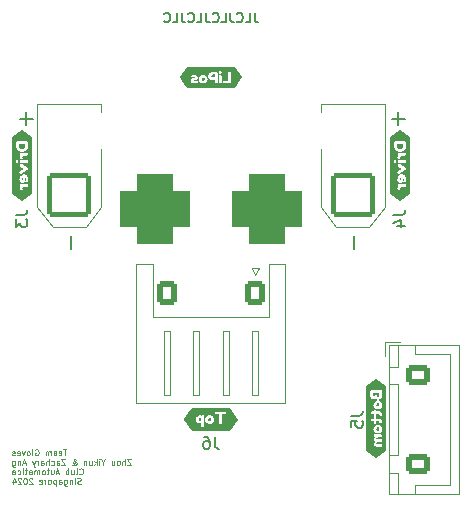
<source format=gbr>
%TF.GenerationSoftware,KiCad,Pcbnew,8.0.3*%
%TF.CreationDate,2024-06-17T19:23:31+08:00*%
%TF.ProjectId,power,706f7765-722e-46b6-9963-61645f706362,1.1.0*%
%TF.SameCoordinates,Original*%
%TF.FileFunction,Legend,Bot*%
%TF.FilePolarity,Positive*%
%FSLAX46Y46*%
G04 Gerber Fmt 4.6, Leading zero omitted, Abs format (unit mm)*
G04 Created by KiCad (PCBNEW 8.0.3) date 2024-06-17 19:23:31*
%MOMM*%
%LPD*%
G01*
G04 APERTURE LIST*
G04 Aperture macros list*
%AMRoundRect*
0 Rectangle with rounded corners*
0 $1 Rounding radius*
0 $2 $3 $4 $5 $6 $7 $8 $9 X,Y pos of 4 corners*
0 Add a 4 corners polygon primitive as box body*
4,1,4,$2,$3,$4,$5,$6,$7,$8,$9,$2,$3,0*
0 Add four circle primitives for the rounded corners*
1,1,$1+$1,$2,$3*
1,1,$1+$1,$4,$5*
1,1,$1+$1,$6,$7*
1,1,$1+$1,$8,$9*
0 Add four rect primitives between the rounded corners*
20,1,$1+$1,$2,$3,$4,$5,0*
20,1,$1+$1,$4,$5,$6,$7,0*
20,1,$1+$1,$6,$7,$8,$9,0*
20,1,$1+$1,$8,$9,$2,$3,0*%
G04 Aperture macros list end*
%ADD10C,0.150000*%
%ADD11C,0.120000*%
%ADD12C,0.000000*%
%ADD13C,0.800000*%
%ADD14C,6.400000*%
%ADD15RoundRect,1.500000X1.500000X-1.500000X1.500000X1.500000X-1.500000X1.500000X-1.500000X-1.500000X0*%
%ADD16C,6.000000*%
%ADD17RoundRect,0.250000X-0.725000X0.600000X-0.725000X-0.600000X0.725000X-0.600000X0.725000X0.600000X0*%
%ADD18O,1.950000X1.700000*%
%ADD19RoundRect,0.250000X1.650000X-1.650000X1.650000X1.650000X-1.650000X1.650000X-1.650000X-1.650000X0*%
%ADD20C,4.000000*%
%ADD21RoundRect,0.250000X0.600000X0.725000X-0.600000X0.725000X-0.600000X-0.725000X0.600000X-0.725000X0*%
%ADD22O,1.700000X1.950000*%
G04 APERTURE END LIST*
D10*
X100695238Y-135062295D02*
X100695238Y-135633723D01*
X100695238Y-135633723D02*
X100733333Y-135748009D01*
X100733333Y-135748009D02*
X100809524Y-135824200D01*
X100809524Y-135824200D02*
X100923809Y-135862295D01*
X100923809Y-135862295D02*
X101000000Y-135862295D01*
X99933333Y-135862295D02*
X100314285Y-135862295D01*
X100314285Y-135862295D02*
X100314285Y-135062295D01*
X99209523Y-135786104D02*
X99247619Y-135824200D01*
X99247619Y-135824200D02*
X99361904Y-135862295D01*
X99361904Y-135862295D02*
X99438095Y-135862295D01*
X99438095Y-135862295D02*
X99552381Y-135824200D01*
X99552381Y-135824200D02*
X99628571Y-135748009D01*
X99628571Y-135748009D02*
X99666666Y-135671819D01*
X99666666Y-135671819D02*
X99704762Y-135519438D01*
X99704762Y-135519438D02*
X99704762Y-135405152D01*
X99704762Y-135405152D02*
X99666666Y-135252771D01*
X99666666Y-135252771D02*
X99628571Y-135176580D01*
X99628571Y-135176580D02*
X99552381Y-135100390D01*
X99552381Y-135100390D02*
X99438095Y-135062295D01*
X99438095Y-135062295D02*
X99361904Y-135062295D01*
X99361904Y-135062295D02*
X99247619Y-135100390D01*
X99247619Y-135100390D02*
X99209523Y-135138485D01*
X98638095Y-135062295D02*
X98638095Y-135633723D01*
X98638095Y-135633723D02*
X98676190Y-135748009D01*
X98676190Y-135748009D02*
X98752381Y-135824200D01*
X98752381Y-135824200D02*
X98866666Y-135862295D01*
X98866666Y-135862295D02*
X98942857Y-135862295D01*
X97876190Y-135862295D02*
X98257142Y-135862295D01*
X98257142Y-135862295D02*
X98257142Y-135062295D01*
X97152380Y-135786104D02*
X97190476Y-135824200D01*
X97190476Y-135824200D02*
X97304761Y-135862295D01*
X97304761Y-135862295D02*
X97380952Y-135862295D01*
X97380952Y-135862295D02*
X97495238Y-135824200D01*
X97495238Y-135824200D02*
X97571428Y-135748009D01*
X97571428Y-135748009D02*
X97609523Y-135671819D01*
X97609523Y-135671819D02*
X97647619Y-135519438D01*
X97647619Y-135519438D02*
X97647619Y-135405152D01*
X97647619Y-135405152D02*
X97609523Y-135252771D01*
X97609523Y-135252771D02*
X97571428Y-135176580D01*
X97571428Y-135176580D02*
X97495238Y-135100390D01*
X97495238Y-135100390D02*
X97380952Y-135062295D01*
X97380952Y-135062295D02*
X97304761Y-135062295D01*
X97304761Y-135062295D02*
X97190476Y-135100390D01*
X97190476Y-135100390D02*
X97152380Y-135138485D01*
X96580952Y-135062295D02*
X96580952Y-135633723D01*
X96580952Y-135633723D02*
X96619047Y-135748009D01*
X96619047Y-135748009D02*
X96695238Y-135824200D01*
X96695238Y-135824200D02*
X96809523Y-135862295D01*
X96809523Y-135862295D02*
X96885714Y-135862295D01*
X95819047Y-135862295D02*
X96199999Y-135862295D01*
X96199999Y-135862295D02*
X96199999Y-135062295D01*
X95095237Y-135786104D02*
X95133333Y-135824200D01*
X95133333Y-135824200D02*
X95247618Y-135862295D01*
X95247618Y-135862295D02*
X95323809Y-135862295D01*
X95323809Y-135862295D02*
X95438095Y-135824200D01*
X95438095Y-135824200D02*
X95514285Y-135748009D01*
X95514285Y-135748009D02*
X95552380Y-135671819D01*
X95552380Y-135671819D02*
X95590476Y-135519438D01*
X95590476Y-135519438D02*
X95590476Y-135405152D01*
X95590476Y-135405152D02*
X95552380Y-135252771D01*
X95552380Y-135252771D02*
X95514285Y-135176580D01*
X95514285Y-135176580D02*
X95438095Y-135100390D01*
X95438095Y-135100390D02*
X95323809Y-135062295D01*
X95323809Y-135062295D02*
X95247618Y-135062295D01*
X95247618Y-135062295D02*
X95133333Y-135100390D01*
X95133333Y-135100390D02*
X95095237Y-135138485D01*
X94523809Y-135062295D02*
X94523809Y-135633723D01*
X94523809Y-135633723D02*
X94561904Y-135748009D01*
X94561904Y-135748009D02*
X94638095Y-135824200D01*
X94638095Y-135824200D02*
X94752380Y-135862295D01*
X94752380Y-135862295D02*
X94828571Y-135862295D01*
X93761904Y-135862295D02*
X94142856Y-135862295D01*
X94142856Y-135862295D02*
X94142856Y-135062295D01*
X93038094Y-135786104D02*
X93076190Y-135824200D01*
X93076190Y-135824200D02*
X93190475Y-135862295D01*
X93190475Y-135862295D02*
X93266666Y-135862295D01*
X93266666Y-135862295D02*
X93380952Y-135824200D01*
X93380952Y-135824200D02*
X93457142Y-135748009D01*
X93457142Y-135748009D02*
X93495237Y-135671819D01*
X93495237Y-135671819D02*
X93533333Y-135519438D01*
X93533333Y-135519438D02*
X93533333Y-135405152D01*
X93533333Y-135405152D02*
X93495237Y-135252771D01*
X93495237Y-135252771D02*
X93457142Y-135176580D01*
X93457142Y-135176580D02*
X93380952Y-135100390D01*
X93380952Y-135100390D02*
X93266666Y-135062295D01*
X93266666Y-135062295D02*
X93190475Y-135062295D01*
X93190475Y-135062295D02*
X93076190Y-135100390D01*
X93076190Y-135100390D02*
X93038094Y-135138485D01*
D11*
X84769421Y-172017611D02*
X84483707Y-172017611D01*
X84626564Y-172517611D02*
X84626564Y-172017611D01*
X84126565Y-172493802D02*
X84174184Y-172517611D01*
X84174184Y-172517611D02*
X84269422Y-172517611D01*
X84269422Y-172517611D02*
X84317041Y-172493802D01*
X84317041Y-172493802D02*
X84340850Y-172446182D01*
X84340850Y-172446182D02*
X84340850Y-172255706D01*
X84340850Y-172255706D02*
X84317041Y-172208087D01*
X84317041Y-172208087D02*
X84269422Y-172184278D01*
X84269422Y-172184278D02*
X84174184Y-172184278D01*
X84174184Y-172184278D02*
X84126565Y-172208087D01*
X84126565Y-172208087D02*
X84102755Y-172255706D01*
X84102755Y-172255706D02*
X84102755Y-172303325D01*
X84102755Y-172303325D02*
X84340850Y-172350944D01*
X83674184Y-172517611D02*
X83674184Y-172255706D01*
X83674184Y-172255706D02*
X83697994Y-172208087D01*
X83697994Y-172208087D02*
X83745613Y-172184278D01*
X83745613Y-172184278D02*
X83840851Y-172184278D01*
X83840851Y-172184278D02*
X83888470Y-172208087D01*
X83674184Y-172493802D02*
X83721803Y-172517611D01*
X83721803Y-172517611D02*
X83840851Y-172517611D01*
X83840851Y-172517611D02*
X83888470Y-172493802D01*
X83888470Y-172493802D02*
X83912279Y-172446182D01*
X83912279Y-172446182D02*
X83912279Y-172398563D01*
X83912279Y-172398563D02*
X83888470Y-172350944D01*
X83888470Y-172350944D02*
X83840851Y-172327135D01*
X83840851Y-172327135D02*
X83721803Y-172327135D01*
X83721803Y-172327135D02*
X83674184Y-172303325D01*
X83436089Y-172517611D02*
X83436089Y-172184278D01*
X83436089Y-172231897D02*
X83412279Y-172208087D01*
X83412279Y-172208087D02*
X83364660Y-172184278D01*
X83364660Y-172184278D02*
X83293232Y-172184278D01*
X83293232Y-172184278D02*
X83245613Y-172208087D01*
X83245613Y-172208087D02*
X83221803Y-172255706D01*
X83221803Y-172255706D02*
X83221803Y-172517611D01*
X83221803Y-172255706D02*
X83197994Y-172208087D01*
X83197994Y-172208087D02*
X83150375Y-172184278D01*
X83150375Y-172184278D02*
X83078946Y-172184278D01*
X83078946Y-172184278D02*
X83031327Y-172208087D01*
X83031327Y-172208087D02*
X83007517Y-172255706D01*
X83007517Y-172255706D02*
X83007517Y-172517611D01*
X82126565Y-172041421D02*
X82174184Y-172017611D01*
X82174184Y-172017611D02*
X82245613Y-172017611D01*
X82245613Y-172017611D02*
X82317041Y-172041421D01*
X82317041Y-172041421D02*
X82364660Y-172089040D01*
X82364660Y-172089040D02*
X82388470Y-172136659D01*
X82388470Y-172136659D02*
X82412279Y-172231897D01*
X82412279Y-172231897D02*
X82412279Y-172303325D01*
X82412279Y-172303325D02*
X82388470Y-172398563D01*
X82388470Y-172398563D02*
X82364660Y-172446182D01*
X82364660Y-172446182D02*
X82317041Y-172493802D01*
X82317041Y-172493802D02*
X82245613Y-172517611D01*
X82245613Y-172517611D02*
X82197994Y-172517611D01*
X82197994Y-172517611D02*
X82126565Y-172493802D01*
X82126565Y-172493802D02*
X82102756Y-172469992D01*
X82102756Y-172469992D02*
X82102756Y-172303325D01*
X82102756Y-172303325D02*
X82197994Y-172303325D01*
X81817041Y-172517611D02*
X81864660Y-172493802D01*
X81864660Y-172493802D02*
X81888470Y-172446182D01*
X81888470Y-172446182D02*
X81888470Y-172017611D01*
X81555136Y-172517611D02*
X81602755Y-172493802D01*
X81602755Y-172493802D02*
X81626565Y-172469992D01*
X81626565Y-172469992D02*
X81650374Y-172422373D01*
X81650374Y-172422373D02*
X81650374Y-172279516D01*
X81650374Y-172279516D02*
X81626565Y-172231897D01*
X81626565Y-172231897D02*
X81602755Y-172208087D01*
X81602755Y-172208087D02*
X81555136Y-172184278D01*
X81555136Y-172184278D02*
X81483708Y-172184278D01*
X81483708Y-172184278D02*
X81436089Y-172208087D01*
X81436089Y-172208087D02*
X81412279Y-172231897D01*
X81412279Y-172231897D02*
X81388470Y-172279516D01*
X81388470Y-172279516D02*
X81388470Y-172422373D01*
X81388470Y-172422373D02*
X81412279Y-172469992D01*
X81412279Y-172469992D02*
X81436089Y-172493802D01*
X81436089Y-172493802D02*
X81483708Y-172517611D01*
X81483708Y-172517611D02*
X81555136Y-172517611D01*
X81221803Y-172184278D02*
X81102755Y-172517611D01*
X81102755Y-172517611D02*
X80983708Y-172184278D01*
X80602756Y-172493802D02*
X80650375Y-172517611D01*
X80650375Y-172517611D02*
X80745613Y-172517611D01*
X80745613Y-172517611D02*
X80793232Y-172493802D01*
X80793232Y-172493802D02*
X80817041Y-172446182D01*
X80817041Y-172446182D02*
X80817041Y-172255706D01*
X80817041Y-172255706D02*
X80793232Y-172208087D01*
X80793232Y-172208087D02*
X80745613Y-172184278D01*
X80745613Y-172184278D02*
X80650375Y-172184278D01*
X80650375Y-172184278D02*
X80602756Y-172208087D01*
X80602756Y-172208087D02*
X80578946Y-172255706D01*
X80578946Y-172255706D02*
X80578946Y-172303325D01*
X80578946Y-172303325D02*
X80817041Y-172350944D01*
X80388470Y-172493802D02*
X80340851Y-172517611D01*
X80340851Y-172517611D02*
X80245613Y-172517611D01*
X80245613Y-172517611D02*
X80197994Y-172493802D01*
X80197994Y-172493802D02*
X80174185Y-172446182D01*
X80174185Y-172446182D02*
X80174185Y-172422373D01*
X80174185Y-172422373D02*
X80197994Y-172374754D01*
X80197994Y-172374754D02*
X80245613Y-172350944D01*
X80245613Y-172350944D02*
X80317042Y-172350944D01*
X80317042Y-172350944D02*
X80364661Y-172327135D01*
X80364661Y-172327135D02*
X80388470Y-172279516D01*
X80388470Y-172279516D02*
X80388470Y-172255706D01*
X80388470Y-172255706D02*
X80364661Y-172208087D01*
X80364661Y-172208087D02*
X80317042Y-172184278D01*
X80317042Y-172184278D02*
X80245613Y-172184278D01*
X80245613Y-172184278D02*
X80197994Y-172208087D01*
X90245610Y-172822583D02*
X89912277Y-172822583D01*
X89912277Y-172822583D02*
X90245610Y-173322583D01*
X90245610Y-173322583D02*
X89912277Y-173322583D01*
X89721801Y-173322583D02*
X89721801Y-172822583D01*
X89507515Y-173322583D02*
X89507515Y-173060678D01*
X89507515Y-173060678D02*
X89531325Y-173013059D01*
X89531325Y-173013059D02*
X89578944Y-172989250D01*
X89578944Y-172989250D02*
X89650372Y-172989250D01*
X89650372Y-172989250D02*
X89697991Y-173013059D01*
X89697991Y-173013059D02*
X89721801Y-173036869D01*
X89197991Y-173322583D02*
X89245610Y-173298774D01*
X89245610Y-173298774D02*
X89269420Y-173274964D01*
X89269420Y-173274964D02*
X89293229Y-173227345D01*
X89293229Y-173227345D02*
X89293229Y-173084488D01*
X89293229Y-173084488D02*
X89269420Y-173036869D01*
X89269420Y-173036869D02*
X89245610Y-173013059D01*
X89245610Y-173013059D02*
X89197991Y-172989250D01*
X89197991Y-172989250D02*
X89126563Y-172989250D01*
X89126563Y-172989250D02*
X89078944Y-173013059D01*
X89078944Y-173013059D02*
X89055134Y-173036869D01*
X89055134Y-173036869D02*
X89031325Y-173084488D01*
X89031325Y-173084488D02*
X89031325Y-173227345D01*
X89031325Y-173227345D02*
X89055134Y-173274964D01*
X89055134Y-173274964D02*
X89078944Y-173298774D01*
X89078944Y-173298774D02*
X89126563Y-173322583D01*
X89126563Y-173322583D02*
X89197991Y-173322583D01*
X88602753Y-172989250D02*
X88602753Y-173322583D01*
X88817039Y-172989250D02*
X88817039Y-173251154D01*
X88817039Y-173251154D02*
X88793229Y-173298774D01*
X88793229Y-173298774D02*
X88745610Y-173322583D01*
X88745610Y-173322583D02*
X88674182Y-173322583D01*
X88674182Y-173322583D02*
X88626563Y-173298774D01*
X88626563Y-173298774D02*
X88602753Y-173274964D01*
X87888468Y-173084488D02*
X87888468Y-173322583D01*
X88055134Y-172822583D02*
X87888468Y-173084488D01*
X87888468Y-173084488D02*
X87721801Y-172822583D01*
X87555135Y-173322583D02*
X87555135Y-172989250D01*
X87555135Y-172822583D02*
X87578944Y-172846393D01*
X87578944Y-172846393D02*
X87555135Y-172870202D01*
X87555135Y-172870202D02*
X87531325Y-172846393D01*
X87531325Y-172846393D02*
X87555135Y-172822583D01*
X87555135Y-172822583D02*
X87555135Y-172870202D01*
X87317040Y-173322583D02*
X87317040Y-172822583D01*
X87269421Y-173132107D02*
X87126564Y-173322583D01*
X87126564Y-172989250D02*
X87317040Y-173179726D01*
X86697992Y-172989250D02*
X86697992Y-173322583D01*
X86912278Y-172989250D02*
X86912278Y-173251154D01*
X86912278Y-173251154D02*
X86888468Y-173298774D01*
X86888468Y-173298774D02*
X86840849Y-173322583D01*
X86840849Y-173322583D02*
X86769421Y-173322583D01*
X86769421Y-173322583D02*
X86721802Y-173298774D01*
X86721802Y-173298774D02*
X86697992Y-173274964D01*
X86459897Y-172989250D02*
X86459897Y-173322583D01*
X86459897Y-173036869D02*
X86436087Y-173013059D01*
X86436087Y-173013059D02*
X86388468Y-172989250D01*
X86388468Y-172989250D02*
X86317040Y-172989250D01*
X86317040Y-172989250D02*
X86269421Y-173013059D01*
X86269421Y-173013059D02*
X86245611Y-173060678D01*
X86245611Y-173060678D02*
X86245611Y-173322583D01*
X85221802Y-173322583D02*
X85245612Y-173322583D01*
X85245612Y-173322583D02*
X85293231Y-173298774D01*
X85293231Y-173298774D02*
X85364659Y-173227345D01*
X85364659Y-173227345D02*
X85483707Y-173084488D01*
X85483707Y-173084488D02*
X85531326Y-173013059D01*
X85531326Y-173013059D02*
X85555135Y-172941631D01*
X85555135Y-172941631D02*
X85555135Y-172894012D01*
X85555135Y-172894012D02*
X85531326Y-172846393D01*
X85531326Y-172846393D02*
X85483707Y-172822583D01*
X85483707Y-172822583D02*
X85459897Y-172822583D01*
X85459897Y-172822583D02*
X85412278Y-172846393D01*
X85412278Y-172846393D02*
X85388469Y-172894012D01*
X85388469Y-172894012D02*
X85388469Y-172917821D01*
X85388469Y-172917821D02*
X85412278Y-172965440D01*
X85412278Y-172965440D02*
X85436088Y-172989250D01*
X85436088Y-172989250D02*
X85578945Y-173084488D01*
X85578945Y-173084488D02*
X85602754Y-173108297D01*
X85602754Y-173108297D02*
X85626564Y-173155916D01*
X85626564Y-173155916D02*
X85626564Y-173227345D01*
X85626564Y-173227345D02*
X85602754Y-173274964D01*
X85602754Y-173274964D02*
X85578945Y-173298774D01*
X85578945Y-173298774D02*
X85531326Y-173322583D01*
X85531326Y-173322583D02*
X85459897Y-173322583D01*
X85459897Y-173322583D02*
X85412278Y-173298774D01*
X85412278Y-173298774D02*
X85388469Y-173274964D01*
X85388469Y-173274964D02*
X85317040Y-173179726D01*
X85317040Y-173179726D02*
X85293231Y-173108297D01*
X85293231Y-173108297D02*
X85293231Y-173060678D01*
X84674183Y-172822583D02*
X84340850Y-172822583D01*
X84340850Y-172822583D02*
X84674183Y-173322583D01*
X84674183Y-173322583D02*
X84340850Y-173322583D01*
X83936088Y-173322583D02*
X83936088Y-173060678D01*
X83936088Y-173060678D02*
X83959898Y-173013059D01*
X83959898Y-173013059D02*
X84007517Y-172989250D01*
X84007517Y-172989250D02*
X84102755Y-172989250D01*
X84102755Y-172989250D02*
X84150374Y-173013059D01*
X83936088Y-173298774D02*
X83983707Y-173322583D01*
X83983707Y-173322583D02*
X84102755Y-173322583D01*
X84102755Y-173322583D02*
X84150374Y-173298774D01*
X84150374Y-173298774D02*
X84174183Y-173251154D01*
X84174183Y-173251154D02*
X84174183Y-173203535D01*
X84174183Y-173203535D02*
X84150374Y-173155916D01*
X84150374Y-173155916D02*
X84102755Y-173132107D01*
X84102755Y-173132107D02*
X83983707Y-173132107D01*
X83983707Y-173132107D02*
X83936088Y-173108297D01*
X83483707Y-173298774D02*
X83531326Y-173322583D01*
X83531326Y-173322583D02*
X83626564Y-173322583D01*
X83626564Y-173322583D02*
X83674183Y-173298774D01*
X83674183Y-173298774D02*
X83697993Y-173274964D01*
X83697993Y-173274964D02*
X83721802Y-173227345D01*
X83721802Y-173227345D02*
X83721802Y-173084488D01*
X83721802Y-173084488D02*
X83697993Y-173036869D01*
X83697993Y-173036869D02*
X83674183Y-173013059D01*
X83674183Y-173013059D02*
X83626564Y-172989250D01*
X83626564Y-172989250D02*
X83531326Y-172989250D01*
X83531326Y-172989250D02*
X83483707Y-173013059D01*
X83269422Y-173322583D02*
X83269422Y-172822583D01*
X83055136Y-173322583D02*
X83055136Y-173060678D01*
X83055136Y-173060678D02*
X83078946Y-173013059D01*
X83078946Y-173013059D02*
X83126565Y-172989250D01*
X83126565Y-172989250D02*
X83197993Y-172989250D01*
X83197993Y-172989250D02*
X83245612Y-173013059D01*
X83245612Y-173013059D02*
X83269422Y-173036869D01*
X82602755Y-173322583D02*
X82602755Y-173060678D01*
X82602755Y-173060678D02*
X82626565Y-173013059D01*
X82626565Y-173013059D02*
X82674184Y-172989250D01*
X82674184Y-172989250D02*
X82769422Y-172989250D01*
X82769422Y-172989250D02*
X82817041Y-173013059D01*
X82602755Y-173298774D02*
X82650374Y-173322583D01*
X82650374Y-173322583D02*
X82769422Y-173322583D01*
X82769422Y-173322583D02*
X82817041Y-173298774D01*
X82817041Y-173298774D02*
X82840850Y-173251154D01*
X82840850Y-173251154D02*
X82840850Y-173203535D01*
X82840850Y-173203535D02*
X82817041Y-173155916D01*
X82817041Y-173155916D02*
X82769422Y-173132107D01*
X82769422Y-173132107D02*
X82650374Y-173132107D01*
X82650374Y-173132107D02*
X82602755Y-173108297D01*
X82364660Y-173322583D02*
X82364660Y-172989250D01*
X82364660Y-173084488D02*
X82340850Y-173036869D01*
X82340850Y-173036869D02*
X82317041Y-173013059D01*
X82317041Y-173013059D02*
X82269422Y-172989250D01*
X82269422Y-172989250D02*
X82221803Y-172989250D01*
X82102755Y-172989250D02*
X81983707Y-173322583D01*
X81864660Y-172989250D02*
X81983707Y-173322583D01*
X81983707Y-173322583D02*
X82031326Y-173441631D01*
X82031326Y-173441631D02*
X82055136Y-173465440D01*
X82055136Y-173465440D02*
X82102755Y-173489250D01*
X81317041Y-173179726D02*
X81078946Y-173179726D01*
X81364660Y-173322583D02*
X81197994Y-172822583D01*
X81197994Y-172822583D02*
X81031327Y-173322583D01*
X80864661Y-172989250D02*
X80864661Y-173322583D01*
X80864661Y-173036869D02*
X80840851Y-173013059D01*
X80840851Y-173013059D02*
X80793232Y-172989250D01*
X80793232Y-172989250D02*
X80721804Y-172989250D01*
X80721804Y-172989250D02*
X80674185Y-173013059D01*
X80674185Y-173013059D02*
X80650375Y-173060678D01*
X80650375Y-173060678D02*
X80650375Y-173322583D01*
X80197994Y-172989250D02*
X80197994Y-173394012D01*
X80197994Y-173394012D02*
X80221804Y-173441631D01*
X80221804Y-173441631D02*
X80245613Y-173465440D01*
X80245613Y-173465440D02*
X80293232Y-173489250D01*
X80293232Y-173489250D02*
X80364661Y-173489250D01*
X80364661Y-173489250D02*
X80412280Y-173465440D01*
X80197994Y-173298774D02*
X80245613Y-173322583D01*
X80245613Y-173322583D02*
X80340851Y-173322583D01*
X80340851Y-173322583D02*
X80388470Y-173298774D01*
X80388470Y-173298774D02*
X80412280Y-173274964D01*
X80412280Y-173274964D02*
X80436089Y-173227345D01*
X80436089Y-173227345D02*
X80436089Y-173084488D01*
X80436089Y-173084488D02*
X80412280Y-173036869D01*
X80412280Y-173036869D02*
X80388470Y-173013059D01*
X80388470Y-173013059D02*
X80340851Y-172989250D01*
X80340851Y-172989250D02*
X80245613Y-172989250D01*
X80245613Y-172989250D02*
X80197994Y-173013059D01*
X85864660Y-174079936D02*
X85888469Y-174103746D01*
X85888469Y-174103746D02*
X85959898Y-174127555D01*
X85959898Y-174127555D02*
X86007517Y-174127555D01*
X86007517Y-174127555D02*
X86078945Y-174103746D01*
X86078945Y-174103746D02*
X86126564Y-174056126D01*
X86126564Y-174056126D02*
X86150374Y-174008507D01*
X86150374Y-174008507D02*
X86174183Y-173913269D01*
X86174183Y-173913269D02*
X86174183Y-173841841D01*
X86174183Y-173841841D02*
X86150374Y-173746603D01*
X86150374Y-173746603D02*
X86126564Y-173698984D01*
X86126564Y-173698984D02*
X86078945Y-173651365D01*
X86078945Y-173651365D02*
X86007517Y-173627555D01*
X86007517Y-173627555D02*
X85959898Y-173627555D01*
X85959898Y-173627555D02*
X85888469Y-173651365D01*
X85888469Y-173651365D02*
X85864660Y-173675174D01*
X85578945Y-174127555D02*
X85626564Y-174103746D01*
X85626564Y-174103746D02*
X85650374Y-174056126D01*
X85650374Y-174056126D02*
X85650374Y-173627555D01*
X85174183Y-173794222D02*
X85174183Y-174127555D01*
X85388469Y-173794222D02*
X85388469Y-174056126D01*
X85388469Y-174056126D02*
X85364659Y-174103746D01*
X85364659Y-174103746D02*
X85317040Y-174127555D01*
X85317040Y-174127555D02*
X85245612Y-174127555D01*
X85245612Y-174127555D02*
X85197993Y-174103746D01*
X85197993Y-174103746D02*
X85174183Y-174079936D01*
X84936088Y-174127555D02*
X84936088Y-173627555D01*
X84936088Y-173818031D02*
X84888469Y-173794222D01*
X84888469Y-173794222D02*
X84793231Y-173794222D01*
X84793231Y-173794222D02*
X84745612Y-173818031D01*
X84745612Y-173818031D02*
X84721802Y-173841841D01*
X84721802Y-173841841D02*
X84697993Y-173889460D01*
X84697993Y-173889460D02*
X84697993Y-174032317D01*
X84697993Y-174032317D02*
X84721802Y-174079936D01*
X84721802Y-174079936D02*
X84745612Y-174103746D01*
X84745612Y-174103746D02*
X84793231Y-174127555D01*
X84793231Y-174127555D02*
X84888469Y-174127555D01*
X84888469Y-174127555D02*
X84936088Y-174103746D01*
X84126564Y-173984698D02*
X83888469Y-173984698D01*
X84174183Y-174127555D02*
X84007517Y-173627555D01*
X84007517Y-173627555D02*
X83840850Y-174127555D01*
X83459898Y-173794222D02*
X83459898Y-174127555D01*
X83674184Y-173794222D02*
X83674184Y-174056126D01*
X83674184Y-174056126D02*
X83650374Y-174103746D01*
X83650374Y-174103746D02*
X83602755Y-174127555D01*
X83602755Y-174127555D02*
X83531327Y-174127555D01*
X83531327Y-174127555D02*
X83483708Y-174103746D01*
X83483708Y-174103746D02*
X83459898Y-174079936D01*
X83293231Y-173794222D02*
X83102755Y-173794222D01*
X83221803Y-173627555D02*
X83221803Y-174056126D01*
X83221803Y-174056126D02*
X83197993Y-174103746D01*
X83197993Y-174103746D02*
X83150374Y-174127555D01*
X83150374Y-174127555D02*
X83102755Y-174127555D01*
X82864660Y-174127555D02*
X82912279Y-174103746D01*
X82912279Y-174103746D02*
X82936089Y-174079936D01*
X82936089Y-174079936D02*
X82959898Y-174032317D01*
X82959898Y-174032317D02*
X82959898Y-173889460D01*
X82959898Y-173889460D02*
X82936089Y-173841841D01*
X82936089Y-173841841D02*
X82912279Y-173818031D01*
X82912279Y-173818031D02*
X82864660Y-173794222D01*
X82864660Y-173794222D02*
X82793232Y-173794222D01*
X82793232Y-173794222D02*
X82745613Y-173818031D01*
X82745613Y-173818031D02*
X82721803Y-173841841D01*
X82721803Y-173841841D02*
X82697994Y-173889460D01*
X82697994Y-173889460D02*
X82697994Y-174032317D01*
X82697994Y-174032317D02*
X82721803Y-174079936D01*
X82721803Y-174079936D02*
X82745613Y-174103746D01*
X82745613Y-174103746D02*
X82793232Y-174127555D01*
X82793232Y-174127555D02*
X82864660Y-174127555D01*
X82483708Y-174127555D02*
X82483708Y-173794222D01*
X82483708Y-173841841D02*
X82459898Y-173818031D01*
X82459898Y-173818031D02*
X82412279Y-173794222D01*
X82412279Y-173794222D02*
X82340851Y-173794222D01*
X82340851Y-173794222D02*
X82293232Y-173818031D01*
X82293232Y-173818031D02*
X82269422Y-173865650D01*
X82269422Y-173865650D02*
X82269422Y-174127555D01*
X82269422Y-173865650D02*
X82245613Y-173818031D01*
X82245613Y-173818031D02*
X82197994Y-173794222D01*
X82197994Y-173794222D02*
X82126565Y-173794222D01*
X82126565Y-173794222D02*
X82078946Y-173818031D01*
X82078946Y-173818031D02*
X82055136Y-173865650D01*
X82055136Y-173865650D02*
X82055136Y-174127555D01*
X81602755Y-174127555D02*
X81602755Y-173865650D01*
X81602755Y-173865650D02*
X81626565Y-173818031D01*
X81626565Y-173818031D02*
X81674184Y-173794222D01*
X81674184Y-173794222D02*
X81769422Y-173794222D01*
X81769422Y-173794222D02*
X81817041Y-173818031D01*
X81602755Y-174103746D02*
X81650374Y-174127555D01*
X81650374Y-174127555D02*
X81769422Y-174127555D01*
X81769422Y-174127555D02*
X81817041Y-174103746D01*
X81817041Y-174103746D02*
X81840850Y-174056126D01*
X81840850Y-174056126D02*
X81840850Y-174008507D01*
X81840850Y-174008507D02*
X81817041Y-173960888D01*
X81817041Y-173960888D02*
X81769422Y-173937079D01*
X81769422Y-173937079D02*
X81650374Y-173937079D01*
X81650374Y-173937079D02*
X81602755Y-173913269D01*
X81436088Y-173794222D02*
X81245612Y-173794222D01*
X81364660Y-173627555D02*
X81364660Y-174056126D01*
X81364660Y-174056126D02*
X81340850Y-174103746D01*
X81340850Y-174103746D02*
X81293231Y-174127555D01*
X81293231Y-174127555D02*
X81245612Y-174127555D01*
X81078946Y-174127555D02*
X81078946Y-173794222D01*
X81078946Y-173627555D02*
X81102755Y-173651365D01*
X81102755Y-173651365D02*
X81078946Y-173675174D01*
X81078946Y-173675174D02*
X81055136Y-173651365D01*
X81055136Y-173651365D02*
X81078946Y-173627555D01*
X81078946Y-173627555D02*
X81078946Y-173675174D01*
X80626565Y-174103746D02*
X80674184Y-174127555D01*
X80674184Y-174127555D02*
X80769422Y-174127555D01*
X80769422Y-174127555D02*
X80817041Y-174103746D01*
X80817041Y-174103746D02*
X80840851Y-174079936D01*
X80840851Y-174079936D02*
X80864660Y-174032317D01*
X80864660Y-174032317D02*
X80864660Y-173889460D01*
X80864660Y-173889460D02*
X80840851Y-173841841D01*
X80840851Y-173841841D02*
X80817041Y-173818031D01*
X80817041Y-173818031D02*
X80769422Y-173794222D01*
X80769422Y-173794222D02*
X80674184Y-173794222D01*
X80674184Y-173794222D02*
X80626565Y-173818031D01*
X80197994Y-174127555D02*
X80197994Y-173865650D01*
X80197994Y-173865650D02*
X80221804Y-173818031D01*
X80221804Y-173818031D02*
X80269423Y-173794222D01*
X80269423Y-173794222D02*
X80364661Y-173794222D01*
X80364661Y-173794222D02*
X80412280Y-173818031D01*
X80197994Y-174103746D02*
X80245613Y-174127555D01*
X80245613Y-174127555D02*
X80364661Y-174127555D01*
X80364661Y-174127555D02*
X80412280Y-174103746D01*
X80412280Y-174103746D02*
X80436089Y-174056126D01*
X80436089Y-174056126D02*
X80436089Y-174008507D01*
X80436089Y-174008507D02*
X80412280Y-173960888D01*
X80412280Y-173960888D02*
X80364661Y-173937079D01*
X80364661Y-173937079D02*
X80245613Y-173937079D01*
X80245613Y-173937079D02*
X80197994Y-173913269D01*
X85983705Y-174908718D02*
X85912277Y-174932527D01*
X85912277Y-174932527D02*
X85793229Y-174932527D01*
X85793229Y-174932527D02*
X85745610Y-174908718D01*
X85745610Y-174908718D02*
X85721801Y-174884908D01*
X85721801Y-174884908D02*
X85697991Y-174837289D01*
X85697991Y-174837289D02*
X85697991Y-174789670D01*
X85697991Y-174789670D02*
X85721801Y-174742051D01*
X85721801Y-174742051D02*
X85745610Y-174718241D01*
X85745610Y-174718241D02*
X85793229Y-174694432D01*
X85793229Y-174694432D02*
X85888467Y-174670622D01*
X85888467Y-174670622D02*
X85936086Y-174646813D01*
X85936086Y-174646813D02*
X85959896Y-174623003D01*
X85959896Y-174623003D02*
X85983705Y-174575384D01*
X85983705Y-174575384D02*
X85983705Y-174527765D01*
X85983705Y-174527765D02*
X85959896Y-174480146D01*
X85959896Y-174480146D02*
X85936086Y-174456337D01*
X85936086Y-174456337D02*
X85888467Y-174432527D01*
X85888467Y-174432527D02*
X85769420Y-174432527D01*
X85769420Y-174432527D02*
X85697991Y-174456337D01*
X85483706Y-174932527D02*
X85483706Y-174599194D01*
X85483706Y-174432527D02*
X85507515Y-174456337D01*
X85507515Y-174456337D02*
X85483706Y-174480146D01*
X85483706Y-174480146D02*
X85459896Y-174456337D01*
X85459896Y-174456337D02*
X85483706Y-174432527D01*
X85483706Y-174432527D02*
X85483706Y-174480146D01*
X85245611Y-174599194D02*
X85245611Y-174932527D01*
X85245611Y-174646813D02*
X85221801Y-174623003D01*
X85221801Y-174623003D02*
X85174182Y-174599194D01*
X85174182Y-174599194D02*
X85102754Y-174599194D01*
X85102754Y-174599194D02*
X85055135Y-174623003D01*
X85055135Y-174623003D02*
X85031325Y-174670622D01*
X85031325Y-174670622D02*
X85031325Y-174932527D01*
X84578944Y-174599194D02*
X84578944Y-175003956D01*
X84578944Y-175003956D02*
X84602754Y-175051575D01*
X84602754Y-175051575D02*
X84626563Y-175075384D01*
X84626563Y-175075384D02*
X84674182Y-175099194D01*
X84674182Y-175099194D02*
X84745611Y-175099194D01*
X84745611Y-175099194D02*
X84793230Y-175075384D01*
X84578944Y-174908718D02*
X84626563Y-174932527D01*
X84626563Y-174932527D02*
X84721801Y-174932527D01*
X84721801Y-174932527D02*
X84769420Y-174908718D01*
X84769420Y-174908718D02*
X84793230Y-174884908D01*
X84793230Y-174884908D02*
X84817039Y-174837289D01*
X84817039Y-174837289D02*
X84817039Y-174694432D01*
X84817039Y-174694432D02*
X84793230Y-174646813D01*
X84793230Y-174646813D02*
X84769420Y-174623003D01*
X84769420Y-174623003D02*
X84721801Y-174599194D01*
X84721801Y-174599194D02*
X84626563Y-174599194D01*
X84626563Y-174599194D02*
X84578944Y-174623003D01*
X84126563Y-174932527D02*
X84126563Y-174670622D01*
X84126563Y-174670622D02*
X84150373Y-174623003D01*
X84150373Y-174623003D02*
X84197992Y-174599194D01*
X84197992Y-174599194D02*
X84293230Y-174599194D01*
X84293230Y-174599194D02*
X84340849Y-174623003D01*
X84126563Y-174908718D02*
X84174182Y-174932527D01*
X84174182Y-174932527D02*
X84293230Y-174932527D01*
X84293230Y-174932527D02*
X84340849Y-174908718D01*
X84340849Y-174908718D02*
X84364658Y-174861098D01*
X84364658Y-174861098D02*
X84364658Y-174813479D01*
X84364658Y-174813479D02*
X84340849Y-174765860D01*
X84340849Y-174765860D02*
X84293230Y-174742051D01*
X84293230Y-174742051D02*
X84174182Y-174742051D01*
X84174182Y-174742051D02*
X84126563Y-174718241D01*
X83888468Y-174599194D02*
X83888468Y-175099194D01*
X83888468Y-174623003D02*
X83840849Y-174599194D01*
X83840849Y-174599194D02*
X83745611Y-174599194D01*
X83745611Y-174599194D02*
X83697992Y-174623003D01*
X83697992Y-174623003D02*
X83674182Y-174646813D01*
X83674182Y-174646813D02*
X83650373Y-174694432D01*
X83650373Y-174694432D02*
X83650373Y-174837289D01*
X83650373Y-174837289D02*
X83674182Y-174884908D01*
X83674182Y-174884908D02*
X83697992Y-174908718D01*
X83697992Y-174908718D02*
X83745611Y-174932527D01*
X83745611Y-174932527D02*
X83840849Y-174932527D01*
X83840849Y-174932527D02*
X83888468Y-174908718D01*
X83364658Y-174932527D02*
X83412277Y-174908718D01*
X83412277Y-174908718D02*
X83436087Y-174884908D01*
X83436087Y-174884908D02*
X83459896Y-174837289D01*
X83459896Y-174837289D02*
X83459896Y-174694432D01*
X83459896Y-174694432D02*
X83436087Y-174646813D01*
X83436087Y-174646813D02*
X83412277Y-174623003D01*
X83412277Y-174623003D02*
X83364658Y-174599194D01*
X83364658Y-174599194D02*
X83293230Y-174599194D01*
X83293230Y-174599194D02*
X83245611Y-174623003D01*
X83245611Y-174623003D02*
X83221801Y-174646813D01*
X83221801Y-174646813D02*
X83197992Y-174694432D01*
X83197992Y-174694432D02*
X83197992Y-174837289D01*
X83197992Y-174837289D02*
X83221801Y-174884908D01*
X83221801Y-174884908D02*
X83245611Y-174908718D01*
X83245611Y-174908718D02*
X83293230Y-174932527D01*
X83293230Y-174932527D02*
X83364658Y-174932527D01*
X82983706Y-174932527D02*
X82983706Y-174599194D01*
X82983706Y-174694432D02*
X82959896Y-174646813D01*
X82959896Y-174646813D02*
X82936087Y-174623003D01*
X82936087Y-174623003D02*
X82888468Y-174599194D01*
X82888468Y-174599194D02*
X82840849Y-174599194D01*
X82483706Y-174908718D02*
X82531325Y-174932527D01*
X82531325Y-174932527D02*
X82626563Y-174932527D01*
X82626563Y-174932527D02*
X82674182Y-174908718D01*
X82674182Y-174908718D02*
X82697991Y-174861098D01*
X82697991Y-174861098D02*
X82697991Y-174670622D01*
X82697991Y-174670622D02*
X82674182Y-174623003D01*
X82674182Y-174623003D02*
X82626563Y-174599194D01*
X82626563Y-174599194D02*
X82531325Y-174599194D01*
X82531325Y-174599194D02*
X82483706Y-174623003D01*
X82483706Y-174623003D02*
X82459896Y-174670622D01*
X82459896Y-174670622D02*
X82459896Y-174718241D01*
X82459896Y-174718241D02*
X82697991Y-174765860D01*
X81888468Y-174480146D02*
X81864659Y-174456337D01*
X81864659Y-174456337D02*
X81817040Y-174432527D01*
X81817040Y-174432527D02*
X81697992Y-174432527D01*
X81697992Y-174432527D02*
X81650373Y-174456337D01*
X81650373Y-174456337D02*
X81626564Y-174480146D01*
X81626564Y-174480146D02*
X81602754Y-174527765D01*
X81602754Y-174527765D02*
X81602754Y-174575384D01*
X81602754Y-174575384D02*
X81626564Y-174646813D01*
X81626564Y-174646813D02*
X81912278Y-174932527D01*
X81912278Y-174932527D02*
X81602754Y-174932527D01*
X81293231Y-174432527D02*
X81245612Y-174432527D01*
X81245612Y-174432527D02*
X81197993Y-174456337D01*
X81197993Y-174456337D02*
X81174183Y-174480146D01*
X81174183Y-174480146D02*
X81150374Y-174527765D01*
X81150374Y-174527765D02*
X81126564Y-174623003D01*
X81126564Y-174623003D02*
X81126564Y-174742051D01*
X81126564Y-174742051D02*
X81150374Y-174837289D01*
X81150374Y-174837289D02*
X81174183Y-174884908D01*
X81174183Y-174884908D02*
X81197993Y-174908718D01*
X81197993Y-174908718D02*
X81245612Y-174932527D01*
X81245612Y-174932527D02*
X81293231Y-174932527D01*
X81293231Y-174932527D02*
X81340850Y-174908718D01*
X81340850Y-174908718D02*
X81364659Y-174884908D01*
X81364659Y-174884908D02*
X81388469Y-174837289D01*
X81388469Y-174837289D02*
X81412278Y-174742051D01*
X81412278Y-174742051D02*
X81412278Y-174623003D01*
X81412278Y-174623003D02*
X81388469Y-174527765D01*
X81388469Y-174527765D02*
X81364659Y-174480146D01*
X81364659Y-174480146D02*
X81340850Y-174456337D01*
X81340850Y-174456337D02*
X81293231Y-174432527D01*
X80936088Y-174480146D02*
X80912279Y-174456337D01*
X80912279Y-174456337D02*
X80864660Y-174432527D01*
X80864660Y-174432527D02*
X80745612Y-174432527D01*
X80745612Y-174432527D02*
X80697993Y-174456337D01*
X80697993Y-174456337D02*
X80674184Y-174480146D01*
X80674184Y-174480146D02*
X80650374Y-174527765D01*
X80650374Y-174527765D02*
X80650374Y-174575384D01*
X80650374Y-174575384D02*
X80674184Y-174646813D01*
X80674184Y-174646813D02*
X80959898Y-174932527D01*
X80959898Y-174932527D02*
X80650374Y-174932527D01*
X80221803Y-174599194D02*
X80221803Y-174932527D01*
X80340851Y-174408718D02*
X80459898Y-174765860D01*
X80459898Y-174765860D02*
X80150375Y-174765860D01*
D10*
X108854819Y-169166666D02*
X109569104Y-169166666D01*
X109569104Y-169166666D02*
X109711961Y-169119047D01*
X109711961Y-169119047D02*
X109807200Y-169023809D01*
X109807200Y-169023809D02*
X109854819Y-168880952D01*
X109854819Y-168880952D02*
X109854819Y-168785714D01*
X108854819Y-170119047D02*
X108854819Y-169642857D01*
X108854819Y-169642857D02*
X109331009Y-169595238D01*
X109331009Y-169595238D02*
X109283390Y-169642857D01*
X109283390Y-169642857D02*
X109235771Y-169738095D01*
X109235771Y-169738095D02*
X109235771Y-169976190D01*
X109235771Y-169976190D02*
X109283390Y-170071428D01*
X109283390Y-170071428D02*
X109331009Y-170119047D01*
X109331009Y-170119047D02*
X109426247Y-170166666D01*
X109426247Y-170166666D02*
X109664342Y-170166666D01*
X109664342Y-170166666D02*
X109759580Y-170119047D01*
X109759580Y-170119047D02*
X109807200Y-170071428D01*
X109807200Y-170071428D02*
X109854819Y-169976190D01*
X109854819Y-169976190D02*
X109854819Y-169738095D01*
X109854819Y-169738095D02*
X109807200Y-169642857D01*
X109807200Y-169642857D02*
X109759580Y-169595238D01*
X80454819Y-152166666D02*
X81169104Y-152166666D01*
X81169104Y-152166666D02*
X81311961Y-152119047D01*
X81311961Y-152119047D02*
X81407200Y-152023809D01*
X81407200Y-152023809D02*
X81454819Y-151880952D01*
X81454819Y-151880952D02*
X81454819Y-151785714D01*
X80454819Y-152547619D02*
X80454819Y-153166666D01*
X80454819Y-153166666D02*
X80835771Y-152833333D01*
X80835771Y-152833333D02*
X80835771Y-152976190D01*
X80835771Y-152976190D02*
X80883390Y-153071428D01*
X80883390Y-153071428D02*
X80931009Y-153119047D01*
X80931009Y-153119047D02*
X81026247Y-153166666D01*
X81026247Y-153166666D02*
X81264342Y-153166666D01*
X81264342Y-153166666D02*
X81359580Y-153119047D01*
X81359580Y-153119047D02*
X81407200Y-153071428D01*
X81407200Y-153071428D02*
X81454819Y-152976190D01*
X81454819Y-152976190D02*
X81454819Y-152690476D01*
X81454819Y-152690476D02*
X81407200Y-152595238D01*
X81407200Y-152595238D02*
X81359580Y-152547619D01*
X81364700Y-143428571D02*
X81364700Y-144571429D01*
X81936128Y-144000000D02*
X80793271Y-144000000D01*
X85114700Y-153937410D02*
X85114700Y-155080268D01*
X97333333Y-170954819D02*
X97333333Y-171669104D01*
X97333333Y-171669104D02*
X97380952Y-171811961D01*
X97380952Y-171811961D02*
X97476190Y-171907200D01*
X97476190Y-171907200D02*
X97619047Y-171954819D01*
X97619047Y-171954819D02*
X97714285Y-171954819D01*
X96428571Y-170954819D02*
X96619047Y-170954819D01*
X96619047Y-170954819D02*
X96714285Y-171002438D01*
X96714285Y-171002438D02*
X96761904Y-171050057D01*
X96761904Y-171050057D02*
X96857142Y-171192914D01*
X96857142Y-171192914D02*
X96904761Y-171383390D01*
X96904761Y-171383390D02*
X96904761Y-171764342D01*
X96904761Y-171764342D02*
X96857142Y-171859580D01*
X96857142Y-171859580D02*
X96809523Y-171907200D01*
X96809523Y-171907200D02*
X96714285Y-171954819D01*
X96714285Y-171954819D02*
X96523809Y-171954819D01*
X96523809Y-171954819D02*
X96428571Y-171907200D01*
X96428571Y-171907200D02*
X96380952Y-171859580D01*
X96380952Y-171859580D02*
X96333333Y-171764342D01*
X96333333Y-171764342D02*
X96333333Y-171526247D01*
X96333333Y-171526247D02*
X96380952Y-171431009D01*
X96380952Y-171431009D02*
X96428571Y-171383390D01*
X96428571Y-171383390D02*
X96523809Y-171335771D01*
X96523809Y-171335771D02*
X96714285Y-171335771D01*
X96714285Y-171335771D02*
X96809523Y-171383390D01*
X96809523Y-171383390D02*
X96857142Y-171431009D01*
X96857142Y-171431009D02*
X96904761Y-171526247D01*
X112454819Y-152166666D02*
X113169104Y-152166666D01*
X113169104Y-152166666D02*
X113311961Y-152119047D01*
X113311961Y-152119047D02*
X113407200Y-152023809D01*
X113407200Y-152023809D02*
X113454819Y-151880952D01*
X113454819Y-151880952D02*
X113454819Y-151785714D01*
X112788152Y-153071428D02*
X113454819Y-153071428D01*
X112407200Y-152833333D02*
X113121485Y-152595238D01*
X113121485Y-152595238D02*
X113121485Y-153214285D01*
X112864700Y-143428571D02*
X112864700Y-144571429D01*
X113436128Y-144000000D02*
X112293271Y-144000000D01*
X109114700Y-153937410D02*
X109114700Y-155080268D01*
D12*
%TO.C,kibuzzard-667019FA*%
G36*
X97314208Y-140504098D02*
G01*
X97142077Y-140504098D01*
X97061475Y-140474044D01*
X97021858Y-140383880D01*
X97061475Y-140293033D01*
X97143443Y-140262295D01*
X97314208Y-140262295D01*
X97314208Y-140504098D01*
G37*
G36*
X96428962Y-140560109D02*
G01*
X96460724Y-140602288D01*
X96471311Y-140660519D01*
X96460383Y-140718579D01*
X96427596Y-140760246D01*
X96338798Y-140793716D01*
X96248634Y-140759563D01*
X96214822Y-140717213D01*
X96203552Y-140658470D01*
X96214139Y-140600068D01*
X96245902Y-140558743D01*
X96337432Y-140525956D01*
X96428962Y-140560109D01*
G37*
G36*
X99631603Y-140500000D02*
G01*
X99047814Y-141375683D01*
X98706284Y-141375683D01*
X98094262Y-141375683D01*
X97785519Y-141375683D01*
X97435792Y-141375683D01*
X96337432Y-141375683D01*
X95614071Y-141375683D01*
X95293716Y-141375683D01*
X94952186Y-141375683D01*
X94566029Y-140796448D01*
X95293716Y-140796448D01*
X95300376Y-140862193D01*
X95320355Y-140917350D01*
X95394809Y-140991803D01*
X95458030Y-141015331D01*
X95531117Y-141029447D01*
X95614071Y-141034153D01*
X95700820Y-141025653D01*
X95785291Y-141000152D01*
X95867486Y-140957650D01*
X95893443Y-140905738D01*
X95880464Y-140860997D01*
X95841530Y-140797814D01*
X95793033Y-140774590D01*
X95702186Y-140808060D01*
X95598361Y-140841530D01*
X95535861Y-140833333D01*
X95515027Y-140808743D01*
X95537910Y-140786202D01*
X95606557Y-140770492D01*
X95692281Y-140748292D01*
X95777322Y-140706284D01*
X95815622Y-140661202D01*
X95961749Y-140661202D01*
X95976434Y-140768272D01*
X96020492Y-140862705D01*
X96085553Y-140939208D01*
X96163251Y-140992486D01*
X96248805Y-141023736D01*
X96337432Y-141034153D01*
X96426230Y-141023053D01*
X96512295Y-140989754D01*
X96590335Y-140934768D01*
X96655055Y-140858607D01*
X96698600Y-140766223D01*
X96713115Y-140662568D01*
X96700364Y-140559654D01*
X96662113Y-140469490D01*
X96598361Y-140392077D01*
X96587264Y-140383880D01*
X96781421Y-140383880D01*
X96790301Y-140468408D01*
X96816940Y-140544399D01*
X96857582Y-140608777D01*
X96908470Y-140658470D01*
X96984973Y-140707043D01*
X97063297Y-140736187D01*
X97143443Y-140745902D01*
X97314208Y-140745902D01*
X97314208Y-140900273D01*
X97316257Y-140947404D01*
X97329235Y-140983607D01*
X97365437Y-141011270D01*
X97435792Y-141020492D01*
X97511612Y-141007855D01*
X97547814Y-140969945D01*
X97556011Y-140898907D01*
X97556011Y-140424863D01*
X97665301Y-140424863D01*
X97665301Y-140903005D01*
X97667350Y-140950137D01*
X97680328Y-140986339D01*
X97715505Y-141012978D01*
X97785519Y-141021858D01*
X97854850Y-141012637D01*
X97890710Y-140984973D01*
X97902322Y-140949454D01*
X97903581Y-140920082D01*
X97993169Y-140920082D01*
X98000000Y-140978142D01*
X98023224Y-141008197D01*
X98094262Y-141021858D01*
X98586066Y-141021858D01*
X98661885Y-141008880D01*
X98698087Y-140969945D01*
X98706284Y-140900273D01*
X98706284Y-140140710D01*
X98704235Y-140093579D01*
X98691257Y-140057377D01*
X98655055Y-140029713D01*
X98584699Y-140020492D01*
X98508538Y-140033128D01*
X98471311Y-140071038D01*
X98464481Y-140142077D01*
X98464481Y-140819672D01*
X98092896Y-140819672D01*
X98027322Y-140829918D01*
X98000000Y-140862022D01*
X97993169Y-140920082D01*
X97903581Y-140920082D01*
X97904372Y-140901639D01*
X97904372Y-140422131D01*
X97902322Y-140375000D01*
X97890710Y-140338798D01*
X97854508Y-140312158D01*
X97784836Y-140303365D01*
X97784153Y-140303279D01*
X97691257Y-140326503D01*
X97666667Y-140385246D01*
X97665301Y-140424863D01*
X97556011Y-140424863D01*
X97556011Y-140140710D01*
X97553962Y-140093579D01*
X97551269Y-140086066D01*
X97665301Y-140086066D01*
X97667350Y-140133197D01*
X97679645Y-140168716D01*
X97715847Y-140196721D01*
X97784836Y-140204918D01*
X97853825Y-140196721D01*
X97890027Y-140168033D01*
X97902322Y-140131831D01*
X97904372Y-140084699D01*
X97902322Y-140037568D01*
X97890710Y-140002732D01*
X97854508Y-139975068D01*
X97784153Y-139965847D01*
X97715164Y-139975068D01*
X97680328Y-140002732D01*
X97667350Y-140038934D01*
X97665301Y-140086066D01*
X97551269Y-140086066D01*
X97540984Y-140057377D01*
X97504781Y-140029713D01*
X97434426Y-140020492D01*
X97142077Y-140020492D01*
X97062690Y-140030206D01*
X96984821Y-140059350D01*
X96908470Y-140107923D01*
X96857582Y-140157787D01*
X96816940Y-140222678D01*
X96790301Y-140299180D01*
X96781421Y-140383880D01*
X96587264Y-140383880D01*
X96518215Y-140332878D01*
X96430783Y-140297359D01*
X96336066Y-140285519D01*
X96241500Y-140297283D01*
X96154523Y-140332574D01*
X96075137Y-140391393D01*
X96012143Y-140468427D01*
X95974347Y-140558364D01*
X95961749Y-140661202D01*
X95815622Y-140661202D01*
X95842896Y-140629098D01*
X95862363Y-140571551D01*
X95868852Y-140504098D01*
X95856995Y-140426393D01*
X95821421Y-140365956D01*
X95762131Y-140322787D01*
X95679126Y-140296885D01*
X95572404Y-140288251D01*
X95474044Y-140299863D01*
X95372951Y-140334699D01*
X95325137Y-140389344D01*
X95355191Y-140469945D01*
X95416667Y-140517760D01*
X95477459Y-140497268D01*
X95573770Y-140476776D01*
X95654372Y-140506831D01*
X95631148Y-140540642D01*
X95561475Y-140560109D01*
X95472678Y-140577869D01*
X95386612Y-140612022D01*
X95320355Y-140678279D01*
X95300376Y-140731387D01*
X95293716Y-140796448D01*
X94566029Y-140796448D01*
X94368397Y-140500000D01*
X94952186Y-139624317D01*
X95293716Y-139624317D01*
X98706284Y-139624317D01*
X99047814Y-139624317D01*
X99631603Y-140500000D01*
G37*
%TO.C,kibuzzard-66701A06*%
G36*
X113113388Y-149142760D02*
G01*
X113069672Y-149194672D01*
X113019126Y-149170765D01*
X113000000Y-149102459D01*
X113036202Y-149014344D01*
X113113388Y-148970628D01*
X113113388Y-149142760D01*
G37*
G36*
X113275956Y-146305328D02*
G01*
X113257684Y-146398907D01*
X113202869Y-146482923D01*
X113120389Y-146542350D01*
X113019126Y-146562158D01*
X112917520Y-146542862D01*
X112834016Y-146484973D01*
X112778176Y-146401127D01*
X112759563Y-146303962D01*
X112759563Y-146172814D01*
X113275956Y-146172814D01*
X113275956Y-146305328D01*
G37*
G36*
X113878415Y-147011612D02*
G01*
X113878415Y-147635929D01*
X113878415Y-148248634D01*
X113878415Y-149104508D01*
X113878415Y-149638661D01*
X113878415Y-150068989D01*
X113878415Y-150410519D01*
X113000000Y-150996129D01*
X112121585Y-150410519D01*
X112121585Y-150068989D01*
X112121585Y-149907104D01*
X112792350Y-149907104D01*
X112795765Y-149961066D01*
X112807377Y-150008880D01*
X112835383Y-150051913D01*
X112898907Y-150068989D01*
X112994536Y-150043033D01*
X113046448Y-149967896D01*
X113035519Y-149920765D01*
X113024590Y-149861339D01*
X113050546Y-149792350D01*
X113113388Y-149760246D01*
X113400273Y-149760246D01*
X113447404Y-149758197D01*
X113483607Y-149745219D01*
X113510246Y-149708333D01*
X113519126Y-149638661D01*
X113495902Y-149544399D01*
X113437158Y-149519809D01*
X113397541Y-149519809D01*
X112918033Y-149519809D01*
X112870902Y-149521858D01*
X112836066Y-149533470D01*
X112808402Y-149569672D01*
X112799180Y-149640027D01*
X112807036Y-149706626D01*
X112830601Y-149742486D01*
X112875683Y-149757514D01*
X112852459Y-149777322D01*
X112815574Y-149832650D01*
X112792350Y-149907104D01*
X112121585Y-149907104D01*
X112121585Y-149105874D01*
X112784153Y-149105874D01*
X112792520Y-149194501D01*
X112817623Y-149270492D01*
X112859460Y-149333846D01*
X112918033Y-149384563D01*
X112992316Y-149419399D01*
X113073087Y-149431011D01*
X113146175Y-149420594D01*
X113197404Y-149389344D01*
X113237705Y-149297131D01*
X113237705Y-148973361D01*
X113301913Y-149018443D01*
X113327869Y-149108607D01*
X113323770Y-149179303D01*
X113311475Y-149232923D01*
X113306011Y-149247951D01*
X113290984Y-149302596D01*
X113352459Y-149377732D01*
X113415301Y-149395492D01*
X113468494Y-149377305D01*
X113506489Y-149322746D01*
X113529286Y-149231814D01*
X113536885Y-149104508D01*
X113528176Y-149009051D01*
X113502049Y-148924863D01*
X113461578Y-148855020D01*
X113409836Y-148802596D01*
X113333182Y-148754781D01*
X113250759Y-148726093D01*
X113162568Y-148716530D01*
X113055480Y-148728901D01*
X112963722Y-148766014D01*
X112887295Y-148827869D01*
X112829994Y-148908242D01*
X112795613Y-149000911D01*
X112784153Y-149105874D01*
X112121585Y-149105874D01*
X112121585Y-147984290D01*
X112785519Y-147984290D01*
X112803962Y-148031421D01*
X112859290Y-148067623D01*
X113203552Y-148246585D01*
X112859290Y-148425546D01*
X112821721Y-148448087D01*
X112798497Y-148471995D01*
X112786885Y-148515710D01*
X112815574Y-148590847D01*
X112859290Y-148644126D01*
X112905738Y-148661885D01*
X112980874Y-148634563D01*
X113465847Y-148351776D01*
X113507514Y-148308060D01*
X113525956Y-148248634D01*
X113511612Y-148192623D01*
X113482240Y-148155055D01*
X113467213Y-148142760D01*
X112980874Y-147858607D01*
X112907104Y-147831284D01*
X112859631Y-147849044D01*
X112815574Y-147902322D01*
X112785519Y-147984290D01*
X112121585Y-147984290D01*
X112121585Y-147637295D01*
X112463115Y-147637295D01*
X112472336Y-147706284D01*
X112500000Y-147741120D01*
X112536202Y-147754098D01*
X112583333Y-147756148D01*
X112630464Y-147754098D01*
X112665984Y-147741803D01*
X112693989Y-147705601D01*
X112702105Y-147637295D01*
X112800546Y-147637295D01*
X112823770Y-147730191D01*
X112882514Y-147754781D01*
X112922131Y-147756148D01*
X113400273Y-147756148D01*
X113447404Y-147754098D01*
X113483607Y-147741120D01*
X113510246Y-147705943D01*
X113519126Y-147635929D01*
X113509904Y-147566598D01*
X113482240Y-147530738D01*
X113446721Y-147519126D01*
X113398907Y-147517077D01*
X112919399Y-147517077D01*
X112872268Y-147519126D01*
X112836066Y-147530738D01*
X112809426Y-147566940D01*
X112800633Y-147636612D01*
X112800546Y-147637295D01*
X112702105Y-147637295D01*
X112702186Y-147636612D01*
X112693989Y-147567623D01*
X112665301Y-147531421D01*
X112629098Y-147519126D01*
X112581967Y-147517077D01*
X112534836Y-147519126D01*
X112500000Y-147530738D01*
X112472336Y-147566940D01*
X112463115Y-147637295D01*
X112121585Y-147637295D01*
X112121585Y-147280055D01*
X112792350Y-147280055D01*
X112795765Y-147334016D01*
X112807377Y-147381831D01*
X112835383Y-147424863D01*
X112898907Y-147441940D01*
X112994536Y-147415984D01*
X113046448Y-147340847D01*
X113035519Y-147293716D01*
X113024590Y-147234290D01*
X113050546Y-147165301D01*
X113113388Y-147133197D01*
X113400273Y-147133197D01*
X113447404Y-147131148D01*
X113483607Y-147118169D01*
X113510246Y-147081284D01*
X113519126Y-147011612D01*
X113495902Y-146917350D01*
X113437158Y-146892760D01*
X113397541Y-146892760D01*
X112918033Y-146892760D01*
X112870902Y-146894809D01*
X112836066Y-146906421D01*
X112808402Y-146942623D01*
X112799180Y-147012978D01*
X112807036Y-147079577D01*
X112830601Y-147115437D01*
X112875683Y-147130464D01*
X112852459Y-147150273D01*
X112815574Y-147205601D01*
X112792350Y-147280055D01*
X112121585Y-147280055D01*
X112121585Y-146052596D01*
X112516393Y-146052596D01*
X112517760Y-146305328D01*
X112526682Y-146401383D01*
X112553449Y-146491462D01*
X112598062Y-146575564D01*
X112660519Y-146653689D01*
X112735997Y-146719433D01*
X112819672Y-146766393D01*
X112911544Y-146794570D01*
X113011612Y-146803962D01*
X113112065Y-146794783D01*
X113205089Y-146767247D01*
X113290685Y-146721354D01*
X113368852Y-146657104D01*
X113433999Y-146579790D01*
X113480533Y-146494706D01*
X113508453Y-146401853D01*
X113517760Y-146301230D01*
X113517760Y-146051230D01*
X113509221Y-145983607D01*
X113483607Y-145947404D01*
X113396175Y-145931011D01*
X112636612Y-145931011D01*
X112588798Y-145933060D01*
X112553279Y-145946038D01*
X112525615Y-145982240D01*
X112516393Y-146052596D01*
X112121585Y-146052596D01*
X112121585Y-145931011D01*
X112121585Y-145589481D01*
X113000000Y-145003871D01*
X113878415Y-145589481D01*
X113878415Y-145931011D01*
X113878415Y-146301230D01*
X113878415Y-147011612D01*
G37*
G36*
X81113388Y-149142760D02*
G01*
X81069672Y-149194672D01*
X81019126Y-149170765D01*
X81000000Y-149102459D01*
X81036202Y-149014344D01*
X81113388Y-148970628D01*
X81113388Y-149142760D01*
G37*
G36*
X81275956Y-146305328D02*
G01*
X81257684Y-146398907D01*
X81202869Y-146482923D01*
X81120389Y-146542350D01*
X81019126Y-146562158D01*
X80917520Y-146542862D01*
X80834016Y-146484973D01*
X80778176Y-146401127D01*
X80759563Y-146303962D01*
X80759563Y-146172814D01*
X81275956Y-146172814D01*
X81275956Y-146305328D01*
G37*
G36*
X81878415Y-147011612D02*
G01*
X81878415Y-147635929D01*
X81878415Y-148248634D01*
X81878415Y-149104508D01*
X81878415Y-149638661D01*
X81878415Y-150068989D01*
X81878415Y-150410519D01*
X81000000Y-150996129D01*
X80121585Y-150410519D01*
X80121585Y-150068989D01*
X80121585Y-149907104D01*
X80792350Y-149907104D01*
X80795765Y-149961066D01*
X80807377Y-150008880D01*
X80835383Y-150051913D01*
X80898907Y-150068989D01*
X80994536Y-150043033D01*
X81046448Y-149967896D01*
X81035519Y-149920765D01*
X81024590Y-149861339D01*
X81050546Y-149792350D01*
X81113388Y-149760246D01*
X81400273Y-149760246D01*
X81447404Y-149758197D01*
X81483607Y-149745219D01*
X81510246Y-149708333D01*
X81519126Y-149638661D01*
X81495902Y-149544399D01*
X81437158Y-149519809D01*
X81397541Y-149519809D01*
X80918033Y-149519809D01*
X80870902Y-149521858D01*
X80836066Y-149533470D01*
X80808402Y-149569672D01*
X80799180Y-149640027D01*
X80807036Y-149706626D01*
X80830601Y-149742486D01*
X80875683Y-149757514D01*
X80852459Y-149777322D01*
X80815574Y-149832650D01*
X80792350Y-149907104D01*
X80121585Y-149907104D01*
X80121585Y-149105874D01*
X80784153Y-149105874D01*
X80792520Y-149194501D01*
X80817623Y-149270492D01*
X80859460Y-149333846D01*
X80918033Y-149384563D01*
X80992316Y-149419399D01*
X81073087Y-149431011D01*
X81146175Y-149420594D01*
X81197404Y-149389344D01*
X81237705Y-149297131D01*
X81237705Y-148973361D01*
X81301913Y-149018443D01*
X81327869Y-149108607D01*
X81323770Y-149179303D01*
X81311475Y-149232923D01*
X81306011Y-149247951D01*
X81290984Y-149302596D01*
X81352459Y-149377732D01*
X81415301Y-149395492D01*
X81468494Y-149377305D01*
X81506489Y-149322746D01*
X81529286Y-149231814D01*
X81536885Y-149104508D01*
X81528176Y-149009051D01*
X81502049Y-148924863D01*
X81461578Y-148855020D01*
X81409836Y-148802596D01*
X81333182Y-148754781D01*
X81250759Y-148726093D01*
X81162568Y-148716530D01*
X81055480Y-148728901D01*
X80963722Y-148766014D01*
X80887295Y-148827869D01*
X80829994Y-148908242D01*
X80795613Y-149000911D01*
X80784153Y-149105874D01*
X80121585Y-149105874D01*
X80121585Y-147984290D01*
X80785519Y-147984290D01*
X80803962Y-148031421D01*
X80859290Y-148067623D01*
X81203552Y-148246585D01*
X80859290Y-148425546D01*
X80821721Y-148448087D01*
X80798497Y-148471995D01*
X80786885Y-148515710D01*
X80815574Y-148590847D01*
X80859290Y-148644126D01*
X80905738Y-148661885D01*
X80980874Y-148634563D01*
X81465847Y-148351776D01*
X81507514Y-148308060D01*
X81525956Y-148248634D01*
X81511612Y-148192623D01*
X81482240Y-148155055D01*
X81467213Y-148142760D01*
X80980874Y-147858607D01*
X80907104Y-147831284D01*
X80859631Y-147849044D01*
X80815574Y-147902322D01*
X80785519Y-147984290D01*
X80121585Y-147984290D01*
X80121585Y-147637295D01*
X80463115Y-147637295D01*
X80472336Y-147706284D01*
X80500000Y-147741120D01*
X80536202Y-147754098D01*
X80583333Y-147756148D01*
X80630464Y-147754098D01*
X80665984Y-147741803D01*
X80693989Y-147705601D01*
X80702105Y-147637295D01*
X80800546Y-147637295D01*
X80823770Y-147730191D01*
X80882514Y-147754781D01*
X80922131Y-147756148D01*
X81400273Y-147756148D01*
X81447404Y-147754098D01*
X81483607Y-147741120D01*
X81510246Y-147705943D01*
X81519126Y-147635929D01*
X81509904Y-147566598D01*
X81482240Y-147530738D01*
X81446721Y-147519126D01*
X81398907Y-147517077D01*
X80919399Y-147517077D01*
X80872268Y-147519126D01*
X80836066Y-147530738D01*
X80809426Y-147566940D01*
X80800633Y-147636612D01*
X80800546Y-147637295D01*
X80702105Y-147637295D01*
X80702186Y-147636612D01*
X80693989Y-147567623D01*
X80665301Y-147531421D01*
X80629098Y-147519126D01*
X80581967Y-147517077D01*
X80534836Y-147519126D01*
X80500000Y-147530738D01*
X80472336Y-147566940D01*
X80463115Y-147637295D01*
X80121585Y-147637295D01*
X80121585Y-147280055D01*
X80792350Y-147280055D01*
X80795765Y-147334016D01*
X80807377Y-147381831D01*
X80835383Y-147424863D01*
X80898907Y-147441940D01*
X80994536Y-147415984D01*
X81046448Y-147340847D01*
X81035519Y-147293716D01*
X81024590Y-147234290D01*
X81050546Y-147165301D01*
X81113388Y-147133197D01*
X81400273Y-147133197D01*
X81447404Y-147131148D01*
X81483607Y-147118169D01*
X81510246Y-147081284D01*
X81519126Y-147011612D01*
X81495902Y-146917350D01*
X81437158Y-146892760D01*
X81397541Y-146892760D01*
X80918033Y-146892760D01*
X80870902Y-146894809D01*
X80836066Y-146906421D01*
X80808402Y-146942623D01*
X80799180Y-147012978D01*
X80807036Y-147079577D01*
X80830601Y-147115437D01*
X80875683Y-147130464D01*
X80852459Y-147150273D01*
X80815574Y-147205601D01*
X80792350Y-147280055D01*
X80121585Y-147280055D01*
X80121585Y-146052596D01*
X80516393Y-146052596D01*
X80517760Y-146305328D01*
X80526682Y-146401383D01*
X80553449Y-146491462D01*
X80598062Y-146575564D01*
X80660519Y-146653689D01*
X80735997Y-146719433D01*
X80819672Y-146766393D01*
X80911544Y-146794570D01*
X81011612Y-146803962D01*
X81112065Y-146794783D01*
X81205089Y-146767247D01*
X81290685Y-146721354D01*
X81368852Y-146657104D01*
X81433999Y-146579790D01*
X81480533Y-146494706D01*
X81508453Y-146401853D01*
X81517760Y-146301230D01*
X81517760Y-146051230D01*
X81509221Y-145983607D01*
X81483607Y-145947404D01*
X81396175Y-145931011D01*
X80636612Y-145931011D01*
X80588798Y-145933060D01*
X80553279Y-145946038D01*
X80525615Y-145982240D01*
X80516393Y-146052596D01*
X80121585Y-146052596D01*
X80121585Y-145931011D01*
X80121585Y-145589481D01*
X81000000Y-145003871D01*
X81878415Y-145589481D01*
X81878415Y-145931011D01*
X81878415Y-146301230D01*
X81878415Y-147011612D01*
G37*
%TO.C,kibuzzard-66701961*%
G36*
X99286658Y-169500000D02*
G01*
X98620902Y-170498634D01*
X98279372Y-170498634D01*
X97801230Y-170498634D01*
X96891393Y-170498634D01*
X96309426Y-170498634D01*
X95720628Y-170498634D01*
X95379098Y-170498634D01*
X94713342Y-169500000D01*
X94728825Y-169476776D01*
X95720628Y-169476776D01*
X95731633Y-169565877D01*
X95764648Y-169647389D01*
X95819672Y-169721311D01*
X95887143Y-169779751D01*
X95957498Y-169814815D01*
X96030738Y-169826503D01*
X96127391Y-169810792D01*
X96193306Y-169763661D01*
X96193306Y-170039617D01*
X96195355Y-170086066D01*
X96207650Y-170120902D01*
X96242486Y-170148907D01*
X96309426Y-170157104D01*
X96377049Y-170148907D01*
X96412568Y-170121585D01*
X96424863Y-170087432D01*
X96426913Y-170040984D01*
X96426913Y-169484973D01*
X96515710Y-169484973D01*
X96530396Y-169592042D01*
X96574454Y-169686475D01*
X96639515Y-169762978D01*
X96717213Y-169816257D01*
X96802766Y-169847507D01*
X96891393Y-169857923D01*
X96980191Y-169846824D01*
X97066257Y-169813525D01*
X97144296Y-169758538D01*
X97209016Y-169682377D01*
X97252561Y-169589993D01*
X97267077Y-169486339D01*
X97254326Y-169383424D01*
X97216075Y-169293260D01*
X97152322Y-169215847D01*
X97072177Y-169156648D01*
X96984745Y-169121129D01*
X96890027Y-169109290D01*
X96795461Y-169121053D01*
X96708485Y-169156345D01*
X96629098Y-169215164D01*
X96566105Y-169292198D01*
X96528309Y-169382134D01*
X96515710Y-169484973D01*
X96426913Y-169484973D01*
X96426913Y-169243169D01*
X96424863Y-169196721D01*
X96413251Y-169162568D01*
X96380806Y-169134904D01*
X96321721Y-169125683D01*
X96224044Y-169144126D01*
X96194672Y-169198087D01*
X96127903Y-169144809D01*
X96031421Y-169127049D01*
X95958485Y-169138737D01*
X95888130Y-169173801D01*
X95820355Y-169232240D01*
X95764951Y-169306163D01*
X95731709Y-169387675D01*
X95720628Y-169476776D01*
X94728825Y-169476776D01*
X95084927Y-168942623D01*
X97321721Y-168942623D01*
X97328552Y-168999317D01*
X97351776Y-169028689D01*
X97421448Y-169040984D01*
X97682377Y-169040984D01*
X97682377Y-169728142D01*
X97684426Y-169774590D01*
X97696721Y-169809426D01*
X97732923Y-169837432D01*
X97801230Y-169845628D01*
X97868852Y-169837432D01*
X97904372Y-169809426D01*
X97916667Y-169773907D01*
X97918716Y-169726776D01*
X97918716Y-169040984D01*
X98181011Y-169040984D01*
X98245219Y-169030738D01*
X98272541Y-168998634D01*
X98279372Y-168941257D01*
X98272541Y-168884563D01*
X98249317Y-168855191D01*
X98179645Y-168842896D01*
X97420082Y-168842896D01*
X97355874Y-168853142D01*
X97328552Y-168885246D01*
X97321721Y-168942623D01*
X95084927Y-168942623D01*
X95379098Y-168501366D01*
X95720628Y-168501366D01*
X98279372Y-168501366D01*
X98620902Y-168501366D01*
X99286658Y-169500000D01*
G37*
G36*
X96982923Y-169383880D02*
G01*
X97014686Y-169426059D01*
X97025273Y-169484290D01*
X97014344Y-169542350D01*
X96981557Y-169584016D01*
X96892760Y-169617486D01*
X96802596Y-169583333D01*
X96768784Y-169540984D01*
X96757514Y-169482240D01*
X96768101Y-169423839D01*
X96799863Y-169382514D01*
X96891393Y-169349727D01*
X96982923Y-169383880D01*
G37*
G36*
X96156421Y-169397541D02*
G01*
X96187842Y-169478142D01*
X96155738Y-169558060D01*
X96073770Y-169594262D01*
X95989071Y-169558743D01*
X95954235Y-169478142D01*
X95987022Y-169396858D01*
X96072404Y-169360656D01*
X96156421Y-169397541D01*
G37*
%TO.C,kibuzzard-66701992*%
G36*
X111191940Y-170160246D02*
G01*
X111233607Y-170193033D01*
X111267077Y-170281831D01*
X111232923Y-170371995D01*
X111190574Y-170405806D01*
X111131831Y-170417077D01*
X111073429Y-170406489D01*
X111032104Y-170374727D01*
X110999317Y-170283197D01*
X111033470Y-170191667D01*
X111075649Y-170159904D01*
X111133880Y-170149317D01*
X111191940Y-170160246D01*
G37*
G36*
X111191940Y-168113798D02*
G01*
X111233607Y-168146585D01*
X111267077Y-168235383D01*
X111232923Y-168325546D01*
X111190574Y-168359358D01*
X111131831Y-168370628D01*
X111073429Y-168360041D01*
X111032104Y-168328279D01*
X110999317Y-168236749D01*
X111033470Y-168145219D01*
X111075649Y-168113456D01*
X111133880Y-168102869D01*
X111191940Y-168113798D01*
G37*
G36*
X111252049Y-167464891D02*
G01*
X111228825Y-167529440D01*
X111159153Y-167550956D01*
X111107240Y-167543443D01*
X111079918Y-167518169D01*
X111068989Y-167441667D01*
X111049863Y-167367896D01*
X110971311Y-167343306D01*
X110892760Y-167368579D01*
X110873634Y-167452596D01*
X110844945Y-167518169D01*
X110795765Y-167522268D01*
X110747951Y-167499727D01*
X110734290Y-167432104D01*
X110734290Y-167240847D01*
X111252049Y-167240847D01*
X111252049Y-167464891D01*
G37*
G36*
X111849044Y-168236749D02*
G01*
X111849044Y-169082377D01*
X111849044Y-169695765D01*
X111849044Y-170283197D01*
X111849044Y-171680738D01*
X111849044Y-171800956D01*
X111849044Y-172142486D01*
X111000000Y-172708515D01*
X110150956Y-172142486D01*
X110150956Y-171800956D01*
X110150956Y-171137022D01*
X110773907Y-171137022D01*
X110787113Y-171222025D01*
X110826730Y-171291242D01*
X110892760Y-171344672D01*
X110849727Y-171380874D01*
X110800546Y-171448497D01*
X110773907Y-171544126D01*
X110794911Y-171644536D01*
X110857923Y-171727186D01*
X110926154Y-171768169D01*
X111018822Y-171792760D01*
X111135929Y-171800956D01*
X111375000Y-171800956D01*
X111422131Y-171798907D01*
X111458333Y-171785929D01*
X111485997Y-171750751D01*
X111495219Y-171680738D01*
X111485656Y-171611407D01*
X111456967Y-171575546D01*
X111420765Y-171563934D01*
X111373634Y-171561885D01*
X111134563Y-171561885D01*
X111045423Y-171540710D01*
X111015710Y-171477186D01*
X111047131Y-171412295D01*
X111135929Y-171395219D01*
X111375000Y-171395219D01*
X111422814Y-171393169D01*
X111458333Y-171380191D01*
X111485997Y-171343989D01*
X111495219Y-171273634D01*
X111485656Y-171204303D01*
X111456967Y-171168443D01*
X111420765Y-171156831D01*
X111373634Y-171154781D01*
X111134563Y-171154781D01*
X111045423Y-171133607D01*
X111015710Y-171070082D01*
X111045423Y-171008607D01*
X111134563Y-170988115D01*
X111376366Y-170988115D01*
X111423497Y-170986066D01*
X111459699Y-170973087D01*
X111486339Y-170936202D01*
X111495219Y-170866530D01*
X111485997Y-170797199D01*
X111458333Y-170761339D01*
X111422814Y-170749727D01*
X111375000Y-170747678D01*
X110894126Y-170747678D01*
X110846995Y-170749727D01*
X110812158Y-170762705D01*
X110784495Y-170797199D01*
X110775273Y-170859699D01*
X110799863Y-170959426D01*
X110870902Y-170982650D01*
X110798156Y-171053347D01*
X110773907Y-171137022D01*
X110150956Y-171137022D01*
X110150956Y-170284563D01*
X110758880Y-170284563D01*
X110770644Y-170379129D01*
X110805935Y-170466105D01*
X110864754Y-170545492D01*
X110941788Y-170608485D01*
X111031724Y-170646281D01*
X111134563Y-170658880D01*
X111241633Y-170644194D01*
X111336066Y-170600137D01*
X111412568Y-170535075D01*
X111465847Y-170457377D01*
X111497097Y-170371824D01*
X111507514Y-170283197D01*
X111496414Y-170194399D01*
X111463115Y-170108333D01*
X111408128Y-170030294D01*
X111331967Y-169965574D01*
X111239583Y-169922029D01*
X111135929Y-169907514D01*
X111033015Y-169920264D01*
X110942851Y-169958515D01*
X110865437Y-170022268D01*
X110806239Y-170102413D01*
X110770719Y-170189845D01*
X110758880Y-170284563D01*
X110150956Y-170284563D01*
X110150956Y-169526366D01*
X110529372Y-169526366D01*
X110542008Y-169600478D01*
X110579918Y-169637022D01*
X110649590Y-169643852D01*
X110783470Y-169643852D01*
X110778005Y-169734699D01*
X110780055Y-169781148D01*
X110793033Y-169817350D01*
X110828210Y-169843989D01*
X110898224Y-169852869D01*
X110967555Y-169843648D01*
X111003415Y-169815984D01*
X111015027Y-169779781D01*
X111017077Y-169732650D01*
X111011612Y-169643852D01*
X111200137Y-169643852D01*
X111253415Y-169655464D01*
X111269809Y-169699180D01*
X111271858Y-169748361D01*
X111284836Y-169784563D01*
X111376366Y-169815984D01*
X111445697Y-169806421D01*
X111481557Y-169777732D01*
X111493169Y-169741530D01*
X111495219Y-169695765D01*
X111488084Y-169608637D01*
X111466682Y-169536688D01*
X111431011Y-169479918D01*
X111378339Y-169438934D01*
X111305935Y-169414344D01*
X111213798Y-169406148D01*
X111011612Y-169406148D01*
X111015710Y-169350137D01*
X110992486Y-169300273D01*
X110913251Y-169280464D01*
X110831967Y-169287295D01*
X110795765Y-169306421D01*
X110778005Y-169361066D01*
X110783470Y-169406148D01*
X110642760Y-169406148D01*
X110596311Y-169408197D01*
X110563525Y-169421175D01*
X110537910Y-169456352D01*
X110529372Y-169526366D01*
X110150956Y-169526366D01*
X110150956Y-168912978D01*
X110529372Y-168912978D01*
X110542008Y-168987090D01*
X110579918Y-169023634D01*
X110649590Y-169030464D01*
X110783470Y-169030464D01*
X110778005Y-169121311D01*
X110780055Y-169167760D01*
X110793033Y-169203962D01*
X110828210Y-169230601D01*
X110898224Y-169239481D01*
X110967555Y-169230260D01*
X111003415Y-169202596D01*
X111015027Y-169166393D01*
X111017077Y-169119262D01*
X111011612Y-169030464D01*
X111200137Y-169030464D01*
X111253415Y-169042077D01*
X111269809Y-169085792D01*
X111271858Y-169134973D01*
X111284836Y-169171175D01*
X111376366Y-169202596D01*
X111445697Y-169193033D01*
X111481557Y-169164344D01*
X111493169Y-169128142D01*
X111495219Y-169082377D01*
X111488084Y-168995249D01*
X111466682Y-168923300D01*
X111431011Y-168866530D01*
X111378339Y-168825546D01*
X111305935Y-168800956D01*
X111213798Y-168792760D01*
X111011612Y-168792760D01*
X111015710Y-168736749D01*
X110992486Y-168686885D01*
X110913251Y-168667077D01*
X110831967Y-168673907D01*
X110795765Y-168693033D01*
X110778005Y-168747678D01*
X110783470Y-168792760D01*
X110642760Y-168792760D01*
X110596311Y-168794809D01*
X110563525Y-168807787D01*
X110537910Y-168842964D01*
X110529372Y-168912978D01*
X110150956Y-168912978D01*
X110150956Y-168238115D01*
X110758880Y-168238115D01*
X110770644Y-168332681D01*
X110805935Y-168419657D01*
X110864754Y-168499044D01*
X110941788Y-168562037D01*
X111031724Y-168599833D01*
X111134563Y-168612432D01*
X111241633Y-168597746D01*
X111336066Y-168553689D01*
X111412568Y-168488627D01*
X111465847Y-168410929D01*
X111497097Y-168325376D01*
X111507514Y-168236749D01*
X111496414Y-168147951D01*
X111463115Y-168061885D01*
X111408128Y-167983846D01*
X111331967Y-167919126D01*
X111239583Y-167875581D01*
X111135929Y-167861066D01*
X111033015Y-167873816D01*
X110942851Y-167912067D01*
X110865437Y-167975820D01*
X110806239Y-168055965D01*
X110770719Y-168143397D01*
X110758880Y-168238115D01*
X110150956Y-168238115D01*
X110150956Y-167120628D01*
X110492486Y-167120628D01*
X110492486Y-167464891D01*
X110502201Y-167544126D01*
X110531345Y-167614253D01*
X110579918Y-167675273D01*
X110643063Y-167724605D01*
X110714101Y-167754205D01*
X110793033Y-167764071D01*
X110879440Y-167751093D01*
X110958333Y-167712158D01*
X111024666Y-167756937D01*
X111096160Y-167783804D01*
X111172814Y-167792760D01*
X111258956Y-167781148D01*
X111335231Y-167749954D01*
X111401639Y-167699180D01*
X111452869Y-167634290D01*
X111483607Y-167560747D01*
X111493852Y-167478552D01*
X111493852Y-167119262D01*
X111480874Y-167043443D01*
X111441940Y-167007240D01*
X111370902Y-166999044D01*
X110612705Y-166999044D01*
X110564891Y-167001093D01*
X110529372Y-167014071D01*
X110501708Y-167050273D01*
X110492486Y-167120628D01*
X110150956Y-167120628D01*
X110150956Y-166999044D01*
X110150956Y-166657514D01*
X111000000Y-166091485D01*
X111849044Y-166657514D01*
X111849044Y-166999044D01*
X111849044Y-167478552D01*
X111849044Y-168236749D01*
G37*
D11*
%TO.C,J5*%
X111750000Y-162900000D02*
X111750000Y-164150000D01*
X112040000Y-163190000D02*
X112040000Y-175810000D01*
X112040000Y-175810000D02*
X118010000Y-175810000D01*
X112050000Y-163200000D02*
X112050000Y-165000000D01*
X112050000Y-165000000D02*
X112800000Y-165000000D01*
X112050000Y-166500000D02*
X112050000Y-172500000D01*
X112050000Y-172500000D02*
X112800000Y-172500000D01*
X112050000Y-174000000D02*
X112050000Y-175800000D01*
X112050000Y-175800000D02*
X112800000Y-175800000D01*
X112800000Y-163200000D02*
X112050000Y-163200000D01*
X112800000Y-165000000D02*
X112800000Y-163200000D01*
X112800000Y-166500000D02*
X112050000Y-166500000D01*
X112800000Y-172500000D02*
X112800000Y-166500000D01*
X112800000Y-174000000D02*
X112050000Y-174000000D01*
X112800000Y-175800000D02*
X112800000Y-174000000D01*
X113000000Y-162900000D02*
X111750000Y-162900000D01*
X114300000Y-163950000D02*
X114300000Y-163200000D01*
X114300000Y-175050000D02*
X114300000Y-175800000D01*
X117250000Y-163950000D02*
X114300000Y-163950000D01*
X117250000Y-169500000D02*
X117250000Y-163950000D01*
X117250000Y-169500000D02*
X117250000Y-175050000D01*
X117250000Y-175050000D02*
X114300000Y-175050000D01*
X118010000Y-163190000D02*
X112040000Y-163190000D01*
X118010000Y-175810000D02*
X118010000Y-163190000D01*
%TO.C,J3*%
X82290000Y-142798839D02*
X82290000Y-151518839D01*
X82290000Y-142798839D02*
X87710000Y-142798839D01*
X82290000Y-151518839D02*
X83590000Y-153218839D01*
X83590000Y-153218839D02*
X86410000Y-153218839D01*
X87710000Y-142798839D02*
X87710000Y-151518839D01*
X87710000Y-151518839D02*
X86410000Y-153218839D01*
%TO.C,J6*%
X90690000Y-156340000D02*
X90690000Y-168060000D01*
X90690000Y-168060000D02*
X97000000Y-168060000D01*
X92110000Y-156340000D02*
X90690000Y-156340000D01*
X92110000Y-160840000D02*
X92110000Y-156340000D01*
X93000000Y-161950000D02*
X93000000Y-167450000D01*
X93000000Y-167450000D02*
X93500000Y-167450000D01*
X93500000Y-161950000D02*
X93000000Y-161950000D01*
X93500000Y-167450000D02*
X93500000Y-161950000D01*
X95500000Y-161950000D02*
X95500000Y-167450000D01*
X95500000Y-167450000D02*
X96000000Y-167450000D01*
X96000000Y-161950000D02*
X95500000Y-161950000D01*
X96000000Y-167450000D02*
X96000000Y-161950000D01*
X97000000Y-160840000D02*
X92110000Y-160840000D01*
X97000000Y-160840000D02*
X101890000Y-160840000D01*
X98000000Y-161950000D02*
X98000000Y-167450000D01*
X98000000Y-167450000D02*
X98500000Y-167450000D01*
X98500000Y-161950000D02*
X98000000Y-161950000D01*
X98500000Y-167450000D02*
X98500000Y-161950000D01*
X100450000Y-156650000D02*
X101050000Y-156650000D01*
X100500000Y-161950000D02*
X100500000Y-167450000D01*
X100500000Y-167450000D02*
X101000000Y-167450000D01*
X100750000Y-157250000D02*
X100450000Y-156650000D01*
X101000000Y-161950000D02*
X100500000Y-161950000D01*
X101000000Y-167450000D02*
X101000000Y-161950000D01*
X101050000Y-156650000D02*
X100750000Y-157250000D01*
X101890000Y-156340000D02*
X103310000Y-156340000D01*
X101890000Y-160840000D02*
X101890000Y-156340000D01*
X103310000Y-156340000D02*
X103310000Y-168060000D01*
X103310000Y-168060000D02*
X97000000Y-168060000D01*
%TO.C,J4*%
X106290000Y-142798839D02*
X106290000Y-151518839D01*
X106290000Y-142798839D02*
X111710000Y-142798839D01*
X106290000Y-151518839D02*
X107590000Y-153218839D01*
X107590000Y-153218839D02*
X110410000Y-153218839D01*
X111710000Y-142798839D02*
X111710000Y-151518839D01*
X111710000Y-151518839D02*
X110410000Y-153218839D01*
%TD*%
%LPC*%
D12*
G36*
X100701539Y-141571339D02*
G01*
X100701539Y-141571339D01*
G75*
G02*
X103855350Y-142251115I1043961J-2812461D01*
G01*
X103855350Y-142251115D01*
G75*
G03*
X106591540Y-143635344I3516450J3554515D01*
G01*
X107037671Y-143704528D01*
G75*
G03*
X108398959Y-143601288I459729J2964528D01*
G01*
X108398959Y-143601288D01*
G75*
G02*
X107849451Y-147144759I601041J-1907512D01*
G01*
X107849451Y-147144759D01*
G75*
G03*
X106583345Y-146634074I-1725951J-2454241D01*
G01*
X106151194Y-146567057D01*
G75*
G03*
X103110320Y-147055402I-766194J-4940743D01*
G01*
X103110320Y-147055402D01*
G75*
G02*
X100701539Y-147196339I-1364820J2671602D01*
G01*
X100701539Y-147196339D01*
G75*
G03*
X98961612Y-146883839I-1739939J-4687661D01*
G01*
X97000000Y-146883839D01*
X95038400Y-146883839D01*
G75*
G03*
X93298461Y-147196339I0J-5000361D01*
G01*
X93298461Y-147196339D01*
G75*
G02*
X90889680Y-147055402I-1043961J2812539D01*
G01*
X90889680Y-147055402D01*
G75*
G03*
X87863952Y-146564708I-2274780J-4452798D01*
G01*
X87416656Y-146634074D01*
G75*
G03*
X86150549Y-147144759I459744J-2964626D01*
G01*
X86150549Y-147144759D01*
G75*
G02*
X85601041Y-143601288I-1150549J1635959D01*
G01*
X85601041Y-143601288D01*
G75*
G03*
X86962331Y-143704528I901559J2861288D01*
G01*
X87394354Y-143637531D01*
G75*
G03*
X90144650Y-142251115I-766154J4940931D01*
G01*
X90144650Y-142251115D01*
G75*
G02*
X93298461Y-141571339I2109850J-2132685D01*
G01*
X93298461Y-141571339D01*
G75*
G03*
X95038400Y-141883839I1739939J4687639D01*
G01*
X97000000Y-141883839D01*
X98961600Y-141883839D01*
G75*
G03*
X100701539Y-141571339I0J5000239D01*
G01*
X100701539Y-141571339D01*
G37*
D13*
%TO.C,H1*%
X86400000Y-139000000D03*
X85697056Y-140697056D03*
X85697056Y-137302944D03*
X84000000Y-141400000D03*
D14*
X84000000Y-139000000D03*
D13*
X84000000Y-136600000D03*
X82302944Y-140697056D03*
X82302944Y-137302944D03*
X81600000Y-139000000D03*
%TD*%
%TO.C,H3*%
X81600000Y-167000000D03*
X82302944Y-165302944D03*
X82302944Y-168697056D03*
X84000000Y-164600000D03*
D14*
X84000000Y-167000000D03*
D13*
X84000000Y-169400000D03*
X85697056Y-165302944D03*
X85697056Y-168697056D03*
X86400000Y-167000000D03*
%TD*%
D15*
%TO.C,J2*%
X101745495Y-151633839D03*
D16*
X101745495Y-144433839D03*
%TD*%
D13*
%TO.C,H4*%
X110600000Y-158000000D03*
X111302944Y-156302944D03*
X111302944Y-159697056D03*
X113000000Y-155600000D03*
D14*
X113000000Y-158000000D03*
D13*
X113000000Y-160400000D03*
X114697056Y-156302944D03*
X114697056Y-159697056D03*
X115400000Y-158000000D03*
%TD*%
%TO.C,H2*%
X107600000Y-139000000D03*
X108302944Y-137302944D03*
X108302944Y-140697056D03*
X110000000Y-136600000D03*
D14*
X110000000Y-139000000D03*
D13*
X110000000Y-141400000D03*
X111697056Y-137302944D03*
X111697056Y-140697056D03*
X112400000Y-139000000D03*
%TD*%
D15*
%TO.C,J1*%
X92245495Y-151633839D03*
D16*
X92245495Y-144433839D03*
%TD*%
D17*
%TO.C,J5*%
X114500000Y-165750000D03*
D18*
X114500000Y-168250000D03*
X114500000Y-170750000D03*
D17*
X114500000Y-173250000D03*
%TD*%
D19*
%TO.C,J3*%
X85000000Y-150508839D03*
D20*
X85000000Y-145508839D03*
%TD*%
D21*
%TO.C,J6*%
X100750000Y-158750000D03*
D22*
X98250000Y-158750000D03*
X95750000Y-158750000D03*
D21*
X93250000Y-158750000D03*
%TD*%
D19*
%TO.C,J4*%
X109000000Y-150508839D03*
D20*
X109000000Y-145508839D03*
%TD*%
%LPD*%
M02*

</source>
